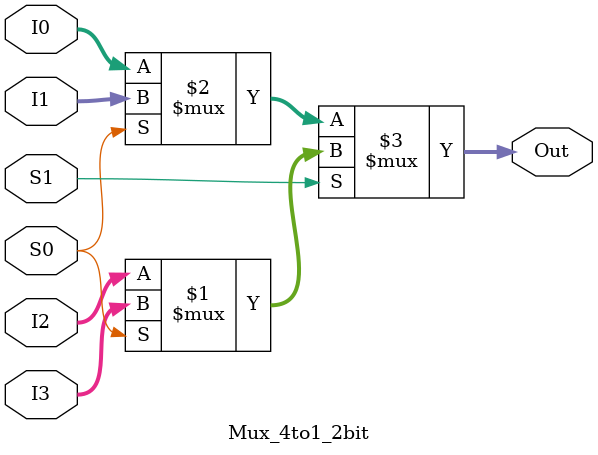
<source format=v>
`timescale 1ns / 1ps


module Mux_4to1_2bit(I0, I1, I2, I3, S0, S1, Out);
input [1:0] I0, I1, I2, I3;
input S0, S1;
output [1:0] Out;

assign Out = S1 ? (S0 ? I3 : I2) : (S0 ? I1 : I0);

endmodule

</source>
